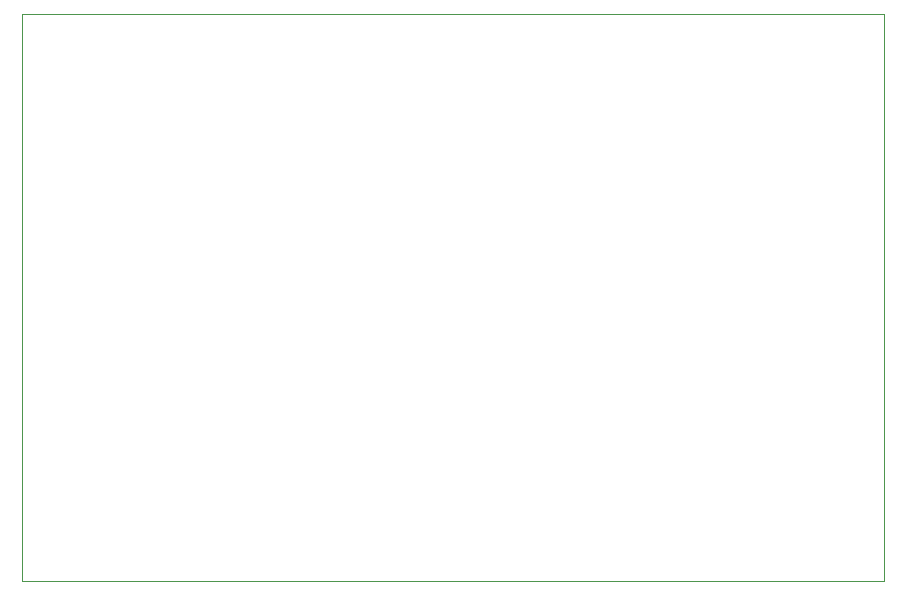
<source format=gbr>
%TF.GenerationSoftware,KiCad,Pcbnew,(6.0.6)*%
%TF.CreationDate,2022-07-16T01:52:01+05:30*%
%TF.ProjectId,berg-wire-jumper-extender,62657267-2d77-4697-9265-2d6a756d7065,rev?*%
%TF.SameCoordinates,Original*%
%TF.FileFunction,Profile,NP*%
%FSLAX46Y46*%
G04 Gerber Fmt 4.6, Leading zero omitted, Abs format (unit mm)*
G04 Created by KiCad (PCBNEW (6.0.6)) date 2022-07-16 01:52:01*
%MOMM*%
%LPD*%
G01*
G04 APERTURE LIST*
%TA.AperFunction,Profile*%
%ADD10C,0.100000*%
%TD*%
G04 APERTURE END LIST*
D10*
X169000000Y-104000000D02*
X96000000Y-104000000D01*
X96000000Y-104000000D02*
X96000000Y-56000000D01*
X96000000Y-56000000D02*
X169000000Y-56000000D01*
X169000000Y-56000000D02*
X169000000Y-104000000D01*
M02*

</source>
